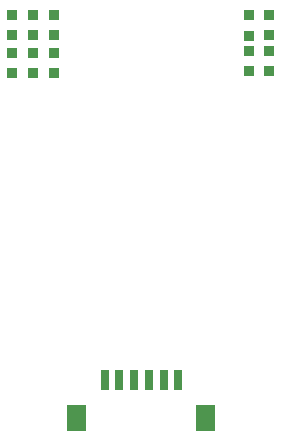
<source format=gtp>
%FSLAX24Y24*%
%MOIN*%
%SFA1B1*%

%IPPOS*%
%AMD10*
4,1,8,0.017700,-0.015000,0.017700,0.015000,0.016000,0.016700,-0.016000,0.016700,-0.017700,0.015000,-0.017700,-0.015000,-0.016000,-0.016700,0.016000,-0.016700,0.017700,-0.015000,0.0*
1,1,0.003400,0.016000,-0.015000*
1,1,0.003400,0.016000,0.015000*
1,1,0.003400,-0.016000,0.015000*
1,1,0.003400,-0.016000,-0.015000*
%
G04~CAMADD=10~8~0.0~0.0~335.0~354.0~17.0~0.0~15~0.0~0.0~0.0~0.0~0~0.0~0.0~0.0~0.0~0~0.0~0.0~0.0~270.0~354.0~334.0*
%ADD10D10*%
%ADD11R,0.027600X0.070900*%
%LNpcb1-1*%
%LPD*%
G36*
X3165Y667D02*
X2535D01*
Y1533*
X3165*
Y667*
G37*
G36*
X7476D02*
X6846D01*
Y1533*
X7476*
Y667*
G37*
G54D10*
X9266Y14550D03*
Y13880D03*
X711Y14550D03*
Y13880D03*
X1406Y14550D03*
Y13880D03*
X2100Y14550D03*
Y13880D03*
X8600Y14535D03*
Y13865D03*
Y13350D03*
Y12680D03*
X9266Y13350D03*
Y12680D03*
X2089Y13285D03*
Y12615D03*
X1394Y13285D03*
Y12615D03*
X700Y13285D03*
Y12615D03*
G54D11*
X3787Y2395D03*
X4280D03*
X4772D03*
X5264D03*
X5756D03*
X6248D03*
M02*
</source>
